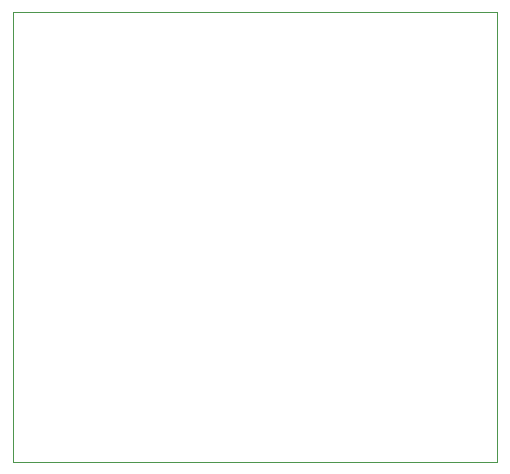
<source format=gbr>
%TF.GenerationSoftware,KiCad,Pcbnew,7.0.2*%
%TF.CreationDate,2023-05-21T15:20:29+02:00*%
%TF.ProjectId,5V DC Smart Socket,35562044-4320-4536-9d61-727420536f63,rev?*%
%TF.SameCoordinates,Original*%
%TF.FileFunction,Profile,NP*%
%FSLAX46Y46*%
G04 Gerber Fmt 4.6, Leading zero omitted, Abs format (unit mm)*
G04 Created by KiCad (PCBNEW 7.0.2) date 2023-05-21 15:20:29*
%MOMM*%
%LPD*%
G01*
G04 APERTURE LIST*
%TA.AperFunction,Profile*%
%ADD10C,0.100000*%
%TD*%
G04 APERTURE END LIST*
D10*
X215869000Y-56250000D02*
X256869000Y-56250000D01*
X256869000Y-94360000D01*
X215869000Y-94360000D01*
X215869000Y-56250000D01*
M02*

</source>
